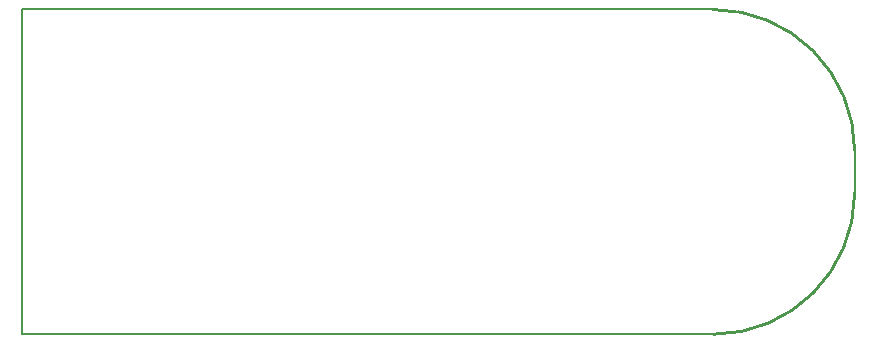
<source format=gko>
G04 Layer_Color=16711935*
%FSLAX25Y25*%
%MOIN*%
G70*
G01*
G75*
%ADD12C,0.00787*%
%ADD13C,0.01000*%
D12*
X612739Y467170D02*
Y481134D01*
X335201Y420001D02*
Y528268D01*
Y420001D02*
X565626D01*
X335201Y528268D02*
X565590D01*
D13*
X612739Y481134D02*
G03*
X565591Y528268I-47141J-7D01*
G01*
X565625Y420001D02*
G03*
X612739Y467170I-28J47141D01*
G01*
M02*

</source>
